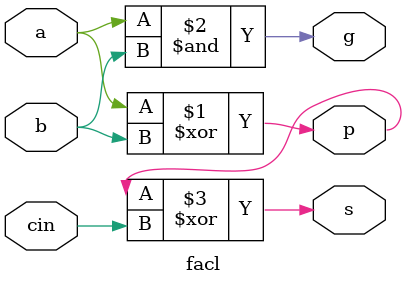
<source format=v>
`timescale 1ps/1ps
module facl(a,b,cin,s,p,g);
  input a,b,cin;
  output s,p,g;
  
  assign #30 p = a ^ b;
  assign #20 g = a & b;
  assign #30 s = p ^ cin;
  
endmodule
</source>
